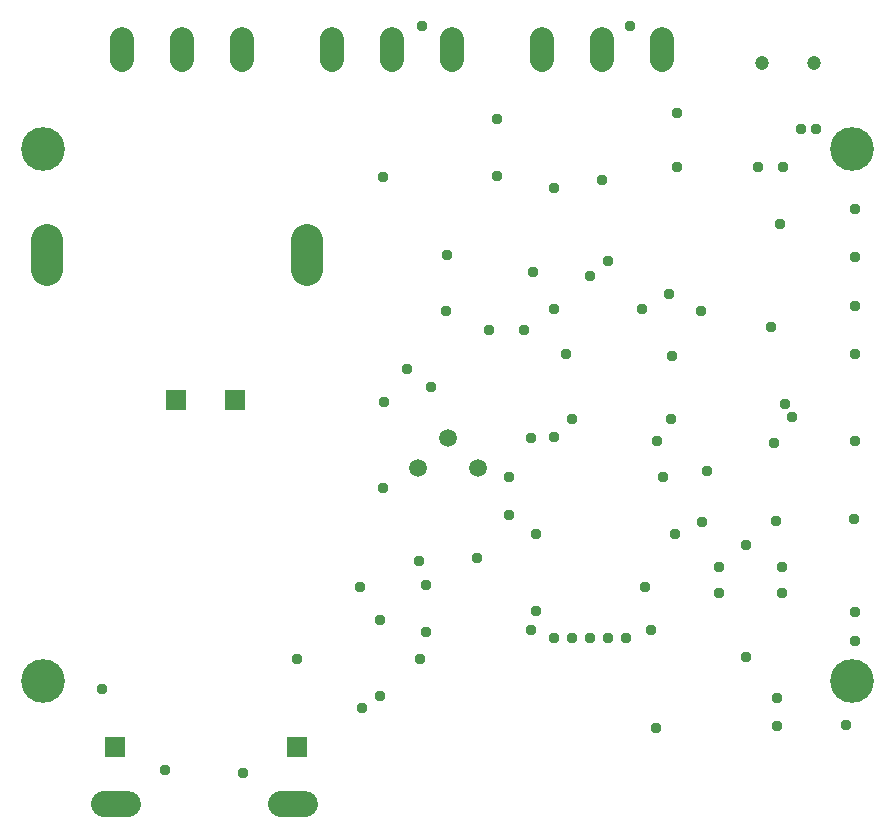
<source format=gbr>
G04 EAGLE Gerber RS-274X export*
G75*
%MOMM*%
%FSLAX34Y34*%
%LPD*%
%INSoldermask Bottom*%
%IPPOS*%
%AMOC8*
5,1,8,0,0,1.08239X$1,22.5*%
G01*
%ADD10C,3.703200*%
%ADD11C,1.203200*%
%ADD12C,2.743200*%
%ADD13R,1.727200X1.727200*%
%ADD14C,2.184400*%
%ADD15C,1.993900*%
%ADD16C,1.511200*%
%ADD17C,0.959600*%


D10*
X32500Y130000D03*
X717500Y130000D03*
X717500Y580000D03*
X32500Y580000D03*
D11*
X684940Y652940D03*
X640940Y652940D03*
D12*
X36068Y502920D02*
X36068Y477520D01*
X256032Y477520D02*
X256032Y502920D01*
D13*
X195180Y367980D03*
X145180Y367980D03*
X247180Y73980D03*
X93180Y73980D03*
D14*
X233934Y25400D02*
X253746Y25400D01*
X103886Y25400D02*
X84074Y25400D01*
D15*
X200660Y655257D02*
X200660Y673164D01*
X149860Y673164D02*
X149860Y655257D01*
X99060Y655257D02*
X99060Y673164D01*
X378460Y673164D02*
X378460Y655257D01*
X327660Y655257D02*
X327660Y673164D01*
X276860Y673164D02*
X276860Y655257D01*
X556260Y655257D02*
X556260Y673164D01*
X505460Y673164D02*
X505460Y655257D01*
X454660Y655257D02*
X454660Y673164D01*
D16*
X349600Y310000D03*
X375000Y335400D03*
X400400Y310000D03*
D17*
X247650Y148590D03*
X356870Y171450D03*
X356870Y210820D03*
X320040Y556260D03*
X416560Y557530D03*
X416560Y605790D03*
X568960Y565150D03*
X654050Y115570D03*
X351790Y148590D03*
X320040Y293370D03*
X400050Y233680D03*
X350520Y231140D03*
X321310Y365760D03*
X426720Y302260D03*
X426720Y270510D03*
X720090Y529590D03*
X720090Y488950D03*
X720090Y447040D03*
X374650Y490220D03*
X447040Y476250D03*
X439420Y426720D03*
X474980Y406400D03*
X562610Y457200D03*
X565150Y405130D03*
X648970Y429260D03*
X720090Y406400D03*
X720090Y332740D03*
X718820Y266700D03*
X652780Y265430D03*
X651510Y331470D03*
X604520Y226060D03*
X604520Y204470D03*
X657860Y204470D03*
X657860Y226060D03*
X720090Y187960D03*
X720090Y163830D03*
X654050Y91440D03*
X712470Y92710D03*
X568960Y610870D03*
X594360Y307340D03*
X445770Y335280D03*
X557530Y302260D03*
X567690Y254000D03*
X590550Y264160D03*
X445770Y172720D03*
X547370Y172720D03*
X135890Y54610D03*
X201930Y52070D03*
X82550Y123190D03*
X353060Y684530D03*
X529590Y684530D03*
X410210Y426720D03*
X302260Y106680D03*
X300990Y209550D03*
X627380Y245110D03*
X627380Y149860D03*
X317500Y116840D03*
X317500Y181610D03*
X551180Y90170D03*
X525780Y166370D03*
X505460Y553720D03*
X449580Y189230D03*
X449580Y254000D03*
X373380Y443230D03*
X464820Y547370D03*
X542290Y209550D03*
X539750Y444500D03*
X464820Y444500D03*
X480060Y166370D03*
X480060Y351790D03*
X340360Y393700D03*
X563880Y351790D03*
X660400Y364490D03*
X464820Y166370D03*
X464820Y336550D03*
X360680Y378460D03*
X552450Y332740D03*
X666750Y353060D03*
X495300Y166370D03*
X495300Y472440D03*
X510540Y166370D03*
X510540Y485140D03*
X674370Y596900D03*
X659130Y565150D03*
X656590Y516890D03*
X589280Y443230D03*
X687070Y596900D03*
X637540Y565150D03*
M02*

</source>
